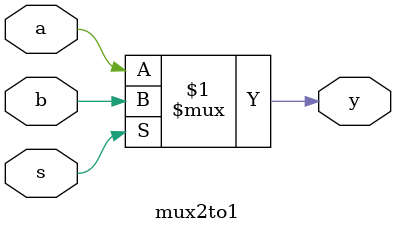
<source format=v>
`timescale 1ns / 1ps


module mux2to1(input a,b, input s,output y);
assign y=s?b:a;
endmodule

</source>
